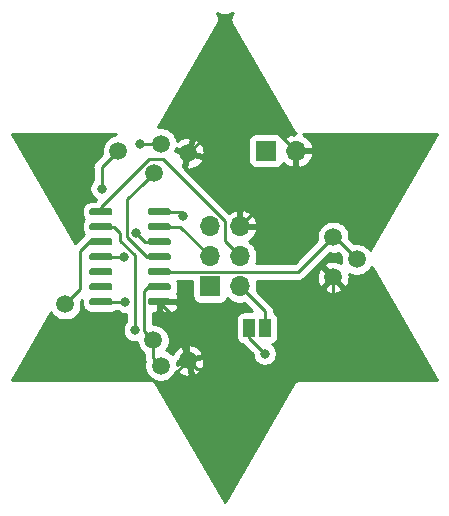
<source format=gbr>
%TF.GenerationSoftware,KiCad,Pcbnew,(5.1.9)-1*%
%TF.CreationDate,2021-09-26T19:09:17+02:00*%
%TF.ProjectId,SnowStar,536e6f77-5374-4617-922e-6b696361645f,rev?*%
%TF.SameCoordinates,Original*%
%TF.FileFunction,Copper,L2,Bot*%
%TF.FilePolarity,Positive*%
%FSLAX46Y46*%
G04 Gerber Fmt 4.6, Leading zero omitted, Abs format (unit mm)*
G04 Created by KiCad (PCBNEW (5.1.9)-1) date 2021-09-26 19:09:17*
%MOMM*%
%LPD*%
G01*
G04 APERTURE LIST*
%TA.AperFunction,ComponentPad*%
%ADD10R,1.700000X1.700000*%
%TD*%
%TA.AperFunction,ComponentPad*%
%ADD11O,1.700000X1.700000*%
%TD*%
%TA.AperFunction,SMDPad,CuDef*%
%ADD12R,1.000000X1.500000*%
%TD*%
%TA.AperFunction,ComponentPad*%
%ADD13C,1.500000*%
%TD*%
%TA.AperFunction,SMDPad,CuDef*%
%ADD14C,1.500000*%
%TD*%
%TA.AperFunction,ViaPad*%
%ADD15C,0.800000*%
%TD*%
%TA.AperFunction,Conductor*%
%ADD16C,0.250000*%
%TD*%
%TA.AperFunction,Conductor*%
%ADD17C,0.254000*%
%TD*%
%TA.AperFunction,Conductor*%
%ADD18C,0.100000*%
%TD*%
G04 APERTURE END LIST*
D10*
%TO.P,J2,1*%
%TO.N,5V*%
X134967140Y-105711120D03*
D11*
%TO.P,J2,2*%
%TO.N,GND*%
X137507140Y-105711120D03*
%TD*%
D10*
%TO.P,J1,1*%
%TO.N,MISO*%
X130227140Y-117211120D03*
D11*
%TO.P,J1,2*%
%TO.N,5V*%
X132767140Y-117211120D03*
%TO.P,J1,3*%
%TO.N,SCK*%
X130227140Y-114671120D03*
%TO.P,J1,4*%
%TO.N,MOSI*%
X132767140Y-114671120D03*
%TO.P,J1,5*%
%TO.N,RST*%
X130227140Y-112131120D03*
%TO.P,J1,6*%
%TO.N,GND*%
X132767140Y-112131120D03*
%TD*%
D12*
%TO.P,JP1,2*%
%TO.N,5V*%
X134867140Y-120711120D03*
%TO.P,JP1,1*%
%TO.N,Net-(JP1-Pad1)*%
X133567140Y-120711120D03*
%TD*%
D13*
%TO.P,R4,2*%
%TO.N,GND*%
X128377140Y-123471120D03*
%TO.P,R4,1*%
%TO.N,PH1*%
X125432654Y-121771120D03*
%TD*%
%TO.P,R5,1*%
%TO.N,PH2*%
X140657140Y-113041120D03*
%TO.P,R5,2*%
%TO.N,GND*%
X140657140Y-116441120D03*
%TD*%
%TO.P,R6,1*%
%TO.N,PH3*%
X125452654Y-107631120D03*
%TO.P,R6,2*%
%TO.N,GND*%
X128397140Y-105931120D03*
%TD*%
D14*
%TO.P,TP1,1*%
%TO.N,PH1*%
X126067140Y-123911120D03*
%TD*%
%TO.P,TP2,1*%
%TO.N,PH2*%
X142667140Y-114911120D03*
%TD*%
%TO.P,TP3,1*%
%TO.N,PH3*%
X126067140Y-105111120D03*
%TD*%
%TO.P,TP4,1*%
%TO.N,LEDS*%
X122467140Y-105711120D03*
%TD*%
%TO.P,TP5,1*%
%TO.N,Net-(TP5-Pad1)*%
X117967140Y-118711120D03*
%TD*%
%TO.P,U1,1*%
%TO.N,5V*%
%TA.AperFunction,SMDPad,CuDef*%
G36*
G01*
X120017140Y-118671120D02*
X120017140Y-118371120D01*
G75*
G02*
X120167140Y-118221120I150000J0D01*
G01*
X121817140Y-118221120D01*
G75*
G02*
X121967140Y-118371120I0J-150000D01*
G01*
X121967140Y-118671120D01*
G75*
G02*
X121817140Y-118821120I-150000J0D01*
G01*
X120167140Y-118821120D01*
G75*
G02*
X120017140Y-118671120I0J150000D01*
G01*
G37*
%TD.AperFunction*%
%TO.P,U1,2*%
%TO.N,Net-(U1-Pad2)*%
%TA.AperFunction,SMDPad,CuDef*%
G36*
G01*
X120017140Y-117401120D02*
X120017140Y-117101120D01*
G75*
G02*
X120167140Y-116951120I150000J0D01*
G01*
X121817140Y-116951120D01*
G75*
G02*
X121967140Y-117101120I0J-150000D01*
G01*
X121967140Y-117401120D01*
G75*
G02*
X121817140Y-117551120I-150000J0D01*
G01*
X120167140Y-117551120D01*
G75*
G02*
X120017140Y-117401120I0J150000D01*
G01*
G37*
%TD.AperFunction*%
%TO.P,U1,3*%
%TO.N,Net-(U1-Pad3)*%
%TA.AperFunction,SMDPad,CuDef*%
G36*
G01*
X120017140Y-116131120D02*
X120017140Y-115831120D01*
G75*
G02*
X120167140Y-115681120I150000J0D01*
G01*
X121817140Y-115681120D01*
G75*
G02*
X121967140Y-115831120I0J-150000D01*
G01*
X121967140Y-116131120D01*
G75*
G02*
X121817140Y-116281120I-150000J0D01*
G01*
X120167140Y-116281120D01*
G75*
G02*
X120017140Y-116131120I0J150000D01*
G01*
G37*
%TD.AperFunction*%
%TO.P,U1,4*%
%TO.N,RST*%
%TA.AperFunction,SMDPad,CuDef*%
G36*
G01*
X120017140Y-114861120D02*
X120017140Y-114561120D01*
G75*
G02*
X120167140Y-114411120I150000J0D01*
G01*
X121817140Y-114411120D01*
G75*
G02*
X121967140Y-114561120I0J-150000D01*
G01*
X121967140Y-114861120D01*
G75*
G02*
X121817140Y-115011120I-150000J0D01*
G01*
X120167140Y-115011120D01*
G75*
G02*
X120017140Y-114861120I0J150000D01*
G01*
G37*
%TD.AperFunction*%
%TO.P,U1,5*%
%TO.N,Net-(TP5-Pad1)*%
%TA.AperFunction,SMDPad,CuDef*%
G36*
G01*
X120017140Y-113591120D02*
X120017140Y-113291120D01*
G75*
G02*
X120167140Y-113141120I150000J0D01*
G01*
X121817140Y-113141120D01*
G75*
G02*
X121967140Y-113291120I0J-150000D01*
G01*
X121967140Y-113591120D01*
G75*
G02*
X121817140Y-113741120I-150000J0D01*
G01*
X120167140Y-113741120D01*
G75*
G02*
X120017140Y-113591120I0J150000D01*
G01*
G37*
%TD.AperFunction*%
%TO.P,U1,6*%
%TO.N,Net-(JP1-Pad1)*%
%TA.AperFunction,SMDPad,CuDef*%
G36*
G01*
X120017140Y-112321120D02*
X120017140Y-112021120D01*
G75*
G02*
X120167140Y-111871120I150000J0D01*
G01*
X121817140Y-111871120D01*
G75*
G02*
X121967140Y-112021120I0J-150000D01*
G01*
X121967140Y-112321120D01*
G75*
G02*
X121817140Y-112471120I-150000J0D01*
G01*
X120167140Y-112471120D01*
G75*
G02*
X120017140Y-112321120I0J150000D01*
G01*
G37*
%TD.AperFunction*%
%TO.P,U1,7*%
%TO.N,MOSI*%
%TA.AperFunction,SMDPad,CuDef*%
G36*
G01*
X120017140Y-111051120D02*
X120017140Y-110751120D01*
G75*
G02*
X120167140Y-110601120I150000J0D01*
G01*
X121817140Y-110601120D01*
G75*
G02*
X121967140Y-110751120I0J-150000D01*
G01*
X121967140Y-111051120D01*
G75*
G02*
X121817140Y-111201120I-150000J0D01*
G01*
X120167140Y-111201120D01*
G75*
G02*
X120017140Y-111051120I0J150000D01*
G01*
G37*
%TD.AperFunction*%
%TO.P,U1,8*%
%TO.N,MISO*%
%TA.AperFunction,SMDPad,CuDef*%
G36*
G01*
X124967140Y-111051120D02*
X124967140Y-110751120D01*
G75*
G02*
X125117140Y-110601120I150000J0D01*
G01*
X126767140Y-110601120D01*
G75*
G02*
X126917140Y-110751120I0J-150000D01*
G01*
X126917140Y-111051120D01*
G75*
G02*
X126767140Y-111201120I-150000J0D01*
G01*
X125117140Y-111201120D01*
G75*
G02*
X124967140Y-111051120I0J150000D01*
G01*
G37*
%TD.AperFunction*%
%TO.P,U1,9*%
%TO.N,SCK*%
%TA.AperFunction,SMDPad,CuDef*%
G36*
G01*
X124967140Y-112321120D02*
X124967140Y-112021120D01*
G75*
G02*
X125117140Y-111871120I150000J0D01*
G01*
X126767140Y-111871120D01*
G75*
G02*
X126917140Y-112021120I0J-150000D01*
G01*
X126917140Y-112321120D01*
G75*
G02*
X126767140Y-112471120I-150000J0D01*
G01*
X125117140Y-112471120D01*
G75*
G02*
X124967140Y-112321120I0J150000D01*
G01*
G37*
%TD.AperFunction*%
%TO.P,U1,10*%
%TO.N,LEDS*%
%TA.AperFunction,SMDPad,CuDef*%
G36*
G01*
X124967140Y-113591120D02*
X124967140Y-113291120D01*
G75*
G02*
X125117140Y-113141120I150000J0D01*
G01*
X126767140Y-113141120D01*
G75*
G02*
X126917140Y-113291120I0J-150000D01*
G01*
X126917140Y-113591120D01*
G75*
G02*
X126767140Y-113741120I-150000J0D01*
G01*
X125117140Y-113741120D01*
G75*
G02*
X124967140Y-113591120I0J150000D01*
G01*
G37*
%TD.AperFunction*%
%TO.P,U1,11*%
%TO.N,PH3*%
%TA.AperFunction,SMDPad,CuDef*%
G36*
G01*
X124967140Y-114861120D02*
X124967140Y-114561120D01*
G75*
G02*
X125117140Y-114411120I150000J0D01*
G01*
X126767140Y-114411120D01*
G75*
G02*
X126917140Y-114561120I0J-150000D01*
G01*
X126917140Y-114861120D01*
G75*
G02*
X126767140Y-115011120I-150000J0D01*
G01*
X125117140Y-115011120D01*
G75*
G02*
X124967140Y-114861120I0J150000D01*
G01*
G37*
%TD.AperFunction*%
%TO.P,U1,12*%
%TO.N,PH2*%
%TA.AperFunction,SMDPad,CuDef*%
G36*
G01*
X124967140Y-116131120D02*
X124967140Y-115831120D01*
G75*
G02*
X125117140Y-115681120I150000J0D01*
G01*
X126767140Y-115681120D01*
G75*
G02*
X126917140Y-115831120I0J-150000D01*
G01*
X126917140Y-116131120D01*
G75*
G02*
X126767140Y-116281120I-150000J0D01*
G01*
X125117140Y-116281120D01*
G75*
G02*
X124967140Y-116131120I0J150000D01*
G01*
G37*
%TD.AperFunction*%
%TO.P,U1,13*%
%TO.N,PH1*%
%TA.AperFunction,SMDPad,CuDef*%
G36*
G01*
X124967140Y-117401120D02*
X124967140Y-117101120D01*
G75*
G02*
X125117140Y-116951120I150000J0D01*
G01*
X126767140Y-116951120D01*
G75*
G02*
X126917140Y-117101120I0J-150000D01*
G01*
X126917140Y-117401120D01*
G75*
G02*
X126767140Y-117551120I-150000J0D01*
G01*
X125117140Y-117551120D01*
G75*
G02*
X124967140Y-117401120I0J150000D01*
G01*
G37*
%TD.AperFunction*%
%TO.P,U1,14*%
%TO.N,GND*%
%TA.AperFunction,SMDPad,CuDef*%
G36*
G01*
X124967140Y-118671120D02*
X124967140Y-118371120D01*
G75*
G02*
X125117140Y-118221120I150000J0D01*
G01*
X126767140Y-118221120D01*
G75*
G02*
X126917140Y-118371120I0J-150000D01*
G01*
X126917140Y-118671120D01*
G75*
G02*
X126767140Y-118821120I-150000J0D01*
G01*
X125117140Y-118821120D01*
G75*
G02*
X124967140Y-118671120I0J150000D01*
G01*
G37*
%TD.AperFunction*%
%TD*%
D15*
%TO.N,GND*%
X140717140Y-110461120D03*
X121967140Y-120211120D03*
X147067140Y-123711120D03*
X131467140Y-132611120D03*
X115867140Y-123711120D03*
X119767140Y-104911120D03*
%TO.N,5V*%
X123067140Y-118511120D03*
%TO.N,LEDS*%
X123967140Y-112711120D03*
X121047034Y-108931226D03*
%TO.N,MISO*%
X127967140Y-111211120D03*
%TO.N,RST*%
X122967140Y-114711120D03*
%TO.N,PH3*%
X124267140Y-105111120D03*
%TO.N,Net-(JP1-Pad1)*%
X134867140Y-122911120D03*
X123867139Y-120911121D03*
%TD*%
D16*
%TO.N,GND*%
X137507140Y-107391120D02*
X132767140Y-112131120D01*
X137507140Y-105711120D02*
X137507140Y-107391120D01*
X128397140Y-105931120D02*
X130217140Y-104111120D01*
X135907140Y-104111120D02*
X137507140Y-105711120D01*
X130217140Y-104111120D02*
X135907140Y-104111120D01*
X128377140Y-120956120D02*
X128377140Y-123471120D01*
X125942140Y-118521120D02*
X128377140Y-120956120D01*
X129127139Y-124221119D02*
X136157141Y-124221119D01*
X128377140Y-123471120D02*
X129127139Y-124221119D01*
X140657140Y-119721120D02*
X140657140Y-116441120D01*
X136157141Y-124221119D02*
X140657140Y-119721120D01*
X139047140Y-112131120D02*
X132767140Y-112131120D01*
X140717140Y-110461120D02*
X139047140Y-112131120D01*
X125717140Y-125461120D02*
X126387140Y-125461120D01*
X121967140Y-121711120D02*
X125717140Y-125461120D01*
X126387140Y-125461120D02*
X128377140Y-123471120D01*
X121967140Y-120211120D02*
X121967140Y-121711120D01*
%TO.N,5V*%
X121002140Y-118511120D02*
X120992140Y-118521120D01*
X123067140Y-118511120D02*
X121002140Y-118511120D01*
X134867140Y-119311120D02*
X134867140Y-120711120D01*
X132767140Y-117211120D02*
X134867140Y-119311120D01*
%TO.N,LEDS*%
X124697140Y-113441120D02*
X123967140Y-112711120D01*
X125942140Y-113441120D02*
X124697140Y-113441120D01*
X121047034Y-107131226D02*
X122467140Y-105711120D01*
X121047034Y-108931226D02*
X121047034Y-107131226D01*
%TO.N,MISO*%
X127657140Y-110901120D02*
X127967140Y-111211120D01*
X125942140Y-110901120D02*
X127657140Y-110901120D01*
%TO.N,SCK*%
X127727140Y-112171120D02*
X130227140Y-114671120D01*
X125942140Y-112171120D02*
X127727140Y-112171120D01*
%TO.N,MOSI*%
X126282143Y-106447121D02*
X131467140Y-111632118D01*
X125045651Y-106447121D02*
X126282143Y-106447121D01*
X120992140Y-110500632D02*
X125045651Y-106447121D01*
X120992140Y-110901120D02*
X120992140Y-110500632D01*
X131467140Y-113371120D02*
X132767140Y-114671120D01*
X131467140Y-111632118D02*
X131467140Y-113371120D01*
%TO.N,RST*%
X120992140Y-114711120D02*
X122967140Y-114711120D01*
%TO.N,PH3*%
X124642130Y-108441644D02*
X125452654Y-107631120D01*
X123242139Y-109841635D02*
X124642130Y-108441644D01*
X123242139Y-113059121D02*
X123242139Y-109841635D01*
X124894138Y-114711120D02*
X123242139Y-113059121D01*
X125942140Y-114711120D02*
X124894138Y-114711120D01*
X124267140Y-105111120D02*
X126067140Y-105111120D01*
%TO.N,PH1*%
X124642130Y-120980596D02*
X125432654Y-121771120D01*
X124642130Y-117576130D02*
X124642130Y-120980596D01*
X124967140Y-117251120D02*
X124642130Y-117576130D01*
X125942140Y-117251120D02*
X124967140Y-117251120D01*
X125432654Y-123276634D02*
X126067140Y-123911120D01*
X125432654Y-121771120D02*
X125432654Y-123276634D01*
%TO.N,PH2*%
X137717140Y-115981120D02*
X140657140Y-113041120D01*
X125942140Y-115981120D02*
X137717140Y-115981120D01*
X140797140Y-113041120D02*
X140657140Y-113041120D01*
X142667140Y-114911120D02*
X140797140Y-113041120D01*
%TO.N,Net-(JP1-Pad1)*%
X133567140Y-121611120D02*
X133567140Y-120711120D01*
X134867140Y-122911120D02*
X133567140Y-121611120D01*
X120992140Y-112171120D02*
X122127140Y-112171120D01*
X122653641Y-112697621D02*
X122653641Y-113324619D01*
X122127140Y-112171120D02*
X122653641Y-112697621D01*
X123867139Y-114538117D02*
X122653641Y-113324619D01*
X123867139Y-120911121D02*
X123867139Y-114538117D01*
%TO.N,Net-(TP5-Pad1)*%
X117967140Y-118711120D02*
X119267140Y-117411120D01*
X120017140Y-113441120D02*
X120992140Y-113441120D01*
X119267140Y-114191120D02*
X120017140Y-113441120D01*
X119267140Y-117411120D02*
X119267140Y-114191120D01*
%TD*%
D17*
%TO.N,GND*%
X141310973Y-114629755D02*
X141282140Y-114774709D01*
X141282140Y-115047531D01*
X141316577Y-115220658D01*
X141122024Y-115129360D01*
X140857180Y-115063870D01*
X140584648Y-115051308D01*
X140314902Y-115092155D01*
X140058308Y-115184843D01*
X139945277Y-115245260D01*
X139879752Y-115484127D01*
X140657140Y-116261515D01*
X140671283Y-116247373D01*
X140850888Y-116426978D01*
X140836745Y-116441120D01*
X141614133Y-117218508D01*
X141853000Y-117152983D01*
X141968900Y-116906004D01*
X142034390Y-116641160D01*
X142046952Y-116368628D01*
X142012170Y-116138936D01*
X142263151Y-116242895D01*
X142530729Y-116296120D01*
X142803551Y-116296120D01*
X143071129Y-116242895D01*
X143323183Y-116138491D01*
X143550026Y-115986919D01*
X143742939Y-115794006D01*
X143894511Y-115567163D01*
X143911259Y-115526729D01*
X149441738Y-125106034D01*
X137885698Y-125106034D01*
X137825384Y-125104060D01*
X137777708Y-125111932D01*
X137729611Y-125116669D01*
X137706430Y-125123701D01*
X137682536Y-125127646D01*
X137637314Y-125144667D01*
X137591063Y-125158697D01*
X137569699Y-125170116D01*
X137547034Y-125178647D01*
X137506000Y-125204164D01*
X137463376Y-125226947D01*
X137444652Y-125242313D01*
X137424085Y-125255103D01*
X137388814Y-125288138D01*
X137351458Y-125318796D01*
X137336092Y-125337519D01*
X137318414Y-125354077D01*
X137290265Y-125393359D01*
X137259609Y-125430714D01*
X137231160Y-125483939D01*
X131460137Y-135479884D01*
X125682396Y-125472075D01*
X125653934Y-125418826D01*
X125623271Y-125381463D01*
X125595132Y-125342194D01*
X125577457Y-125325639D01*
X125562085Y-125306908D01*
X125524721Y-125276244D01*
X125489463Y-125243220D01*
X125468898Y-125230431D01*
X125450167Y-125215059D01*
X125407541Y-125192275D01*
X125366515Y-125166762D01*
X125343847Y-125158230D01*
X125322480Y-125146809D01*
X125276228Y-125132779D01*
X125231013Y-125115760D01*
X125207119Y-125111815D01*
X125183932Y-125104781D01*
X125135830Y-125100043D01*
X125088165Y-125092173D01*
X125027856Y-125094146D01*
X113485255Y-125094146D01*
X116767645Y-119408882D01*
X116891341Y-119594006D01*
X117084254Y-119786919D01*
X117311097Y-119938491D01*
X117563151Y-120042895D01*
X117830729Y-120096120D01*
X118103551Y-120096120D01*
X118371129Y-120042895D01*
X118623183Y-119938491D01*
X118850026Y-119786919D01*
X119042939Y-119594006D01*
X119194511Y-119367163D01*
X119298915Y-119115109D01*
X119352140Y-118847531D01*
X119352140Y-118574709D01*
X119323307Y-118429755D01*
X119379068Y-118373994D01*
X119379068Y-118671120D01*
X119394211Y-118824865D01*
X119439056Y-118972702D01*
X119511882Y-119108949D01*
X119609889Y-119228371D01*
X119729311Y-119326378D01*
X119865558Y-119399204D01*
X120013395Y-119444049D01*
X120167140Y-119459192D01*
X121817140Y-119459192D01*
X121970885Y-119444049D01*
X122118722Y-119399204D01*
X122254969Y-119326378D01*
X122322301Y-119271120D01*
X122363429Y-119271120D01*
X122407366Y-119315057D01*
X122576884Y-119428325D01*
X122765242Y-119506346D01*
X122965201Y-119546120D01*
X123107139Y-119546120D01*
X123107139Y-120207410D01*
X123063202Y-120251347D01*
X122949934Y-120420865D01*
X122871913Y-120609223D01*
X122832139Y-120809182D01*
X122832139Y-121013060D01*
X122871913Y-121213019D01*
X122949934Y-121401377D01*
X123063202Y-121570895D01*
X123207365Y-121715058D01*
X123376883Y-121828326D01*
X123565241Y-121906347D01*
X123765200Y-121946121D01*
X123969078Y-121946121D01*
X124052047Y-121929618D01*
X124100879Y-122175109D01*
X124205283Y-122427163D01*
X124356855Y-122654006D01*
X124549768Y-122846919D01*
X124672655Y-122929029D01*
X124672655Y-123239302D01*
X124668978Y-123276634D01*
X124672655Y-123313967D01*
X124679289Y-123381317D01*
X124683652Y-123425619D01*
X124724677Y-123560865D01*
X124682140Y-123774709D01*
X124682140Y-124047531D01*
X124735365Y-124315109D01*
X124839769Y-124567163D01*
X124991341Y-124794006D01*
X125184254Y-124986919D01*
X125411097Y-125138491D01*
X125663151Y-125242895D01*
X125930729Y-125296120D01*
X126203551Y-125296120D01*
X126471129Y-125242895D01*
X126723183Y-125138491D01*
X126950026Y-124986919D01*
X127142939Y-124794006D01*
X127294511Y-124567163D01*
X127358399Y-124412924D01*
X127515276Y-124563833D01*
X127745014Y-124710978D01*
X127999045Y-124810477D01*
X128267605Y-124858504D01*
X128395701Y-124862697D01*
X128571881Y-124688595D01*
X128287337Y-123626663D01*
X127452140Y-123850453D01*
X127452140Y-123774709D01*
X127416784Y-123596966D01*
X127551298Y-123560923D01*
X128532683Y-123560923D01*
X128817226Y-124622855D01*
X129056854Y-124685541D01*
X129280716Y-124529601D01*
X129469853Y-124332984D01*
X129616998Y-124103246D01*
X129716497Y-123849215D01*
X129764524Y-123580655D01*
X129768717Y-123452559D01*
X129594615Y-123276379D01*
X128532683Y-123560923D01*
X127551298Y-123560923D01*
X128221597Y-123381317D01*
X127937054Y-122319385D01*
X127697426Y-122256699D01*
X127473564Y-122412639D01*
X127284427Y-122609256D01*
X127137282Y-122838994D01*
X127085614Y-122970909D01*
X126950026Y-122835321D01*
X126723183Y-122683749D01*
X126539435Y-122607638D01*
X126660025Y-122427163D01*
X126731898Y-122253645D01*
X128182399Y-122253645D01*
X128466943Y-123315577D01*
X129528875Y-123031034D01*
X129591561Y-122791406D01*
X129435621Y-122567544D01*
X129239004Y-122378407D01*
X129009266Y-122231262D01*
X128755235Y-122131763D01*
X128486675Y-122083736D01*
X128358579Y-122079543D01*
X128182399Y-122253645D01*
X126731898Y-122253645D01*
X126764429Y-122175109D01*
X126817654Y-121907531D01*
X126817654Y-121634709D01*
X126764429Y-121367131D01*
X126660025Y-121115077D01*
X126508453Y-120888234D01*
X126315540Y-120695321D01*
X126088697Y-120543749D01*
X125836643Y-120439345D01*
X125569065Y-120386120D01*
X125402130Y-120386120D01*
X125402130Y-119457253D01*
X125656390Y-119456120D01*
X125815140Y-119297370D01*
X125815140Y-118648120D01*
X126069140Y-118648120D01*
X126069140Y-119297370D01*
X126227890Y-119456120D01*
X126917140Y-119459192D01*
X127041622Y-119446932D01*
X127161320Y-119410622D01*
X127271634Y-119351657D01*
X127368325Y-119272305D01*
X127447677Y-119175614D01*
X127506642Y-119065300D01*
X127542952Y-118945602D01*
X127555212Y-118821120D01*
X127552140Y-118806870D01*
X127393390Y-118648120D01*
X126069140Y-118648120D01*
X125815140Y-118648120D01*
X125795140Y-118648120D01*
X125795140Y-118394120D01*
X125815140Y-118394120D01*
X125815140Y-118374120D01*
X126069140Y-118374120D01*
X126069140Y-118394120D01*
X127393390Y-118394120D01*
X127552140Y-118235370D01*
X127555212Y-118221120D01*
X127542952Y-118096638D01*
X127506642Y-117976940D01*
X127447677Y-117866626D01*
X127423410Y-117837056D01*
X127495224Y-117702702D01*
X127540069Y-117554865D01*
X127555212Y-117401120D01*
X127555212Y-117101120D01*
X127540069Y-116947375D01*
X127495224Y-116799538D01*
X127463999Y-116741120D01*
X128739068Y-116741120D01*
X128739068Y-118061120D01*
X128751328Y-118185602D01*
X128787638Y-118305300D01*
X128846603Y-118415614D01*
X128925955Y-118512305D01*
X129022646Y-118591657D01*
X129132960Y-118650622D01*
X129252658Y-118686932D01*
X129377140Y-118699192D01*
X131077140Y-118699192D01*
X131201622Y-118686932D01*
X131321320Y-118650622D01*
X131431634Y-118591657D01*
X131528325Y-118512305D01*
X131607677Y-118415614D01*
X131666642Y-118305300D01*
X131688653Y-118232740D01*
X131820508Y-118364595D01*
X132063729Y-118527110D01*
X132333982Y-118639052D01*
X132620880Y-118696120D01*
X132913400Y-118696120D01*
X133133548Y-118652330D01*
X133804266Y-119323048D01*
X133067140Y-119323048D01*
X132942658Y-119335308D01*
X132822960Y-119371618D01*
X132712646Y-119430583D01*
X132615955Y-119509935D01*
X132536603Y-119606626D01*
X132477638Y-119716940D01*
X132441328Y-119836638D01*
X132429068Y-119961120D01*
X132429068Y-121461120D01*
X132441328Y-121585602D01*
X132477638Y-121705300D01*
X132536603Y-121815614D01*
X132615955Y-121912305D01*
X132712646Y-121991657D01*
X132822960Y-122050622D01*
X132942658Y-122086932D01*
X132977257Y-122090340D01*
X133027139Y-122151121D01*
X133056143Y-122174924D01*
X133832140Y-122950922D01*
X133832140Y-123013059D01*
X133871914Y-123213018D01*
X133949935Y-123401376D01*
X134063203Y-123570894D01*
X134207366Y-123715057D01*
X134376884Y-123828325D01*
X134565242Y-123906346D01*
X134765201Y-123946120D01*
X134969079Y-123946120D01*
X135169038Y-123906346D01*
X135357396Y-123828325D01*
X135526914Y-123715057D01*
X135671077Y-123570894D01*
X135784345Y-123401376D01*
X135862366Y-123213018D01*
X135902140Y-123013059D01*
X135902140Y-122809181D01*
X135862366Y-122609222D01*
X135784345Y-122420864D01*
X135671077Y-122251346D01*
X135526914Y-122107183D01*
X135495050Y-122085892D01*
X135611320Y-122050622D01*
X135721634Y-121991657D01*
X135818325Y-121912305D01*
X135897677Y-121815614D01*
X135956642Y-121705300D01*
X135992952Y-121585602D01*
X136005212Y-121461120D01*
X136005212Y-119961120D01*
X135992952Y-119836638D01*
X135956642Y-119716940D01*
X135897677Y-119606626D01*
X135818325Y-119509935D01*
X135721634Y-119430583D01*
X135627140Y-119380074D01*
X135627140Y-119348442D01*
X135630816Y-119311119D01*
X135627140Y-119273796D01*
X135627140Y-119273787D01*
X135616143Y-119162134D01*
X135572686Y-119018873D01*
X135502114Y-118886844D01*
X135469851Y-118847531D01*
X135430939Y-118800116D01*
X135430935Y-118800112D01*
X135407141Y-118771119D01*
X135378149Y-118747326D01*
X134208350Y-117577528D01*
X134244037Y-117398113D01*
X139879752Y-117398113D01*
X139945277Y-117636980D01*
X140192256Y-117752880D01*
X140457100Y-117818370D01*
X140729632Y-117830932D01*
X140999378Y-117790085D01*
X141255972Y-117697397D01*
X141369003Y-117636980D01*
X141434528Y-117398113D01*
X140657140Y-116620725D01*
X139879752Y-117398113D01*
X134244037Y-117398113D01*
X134252140Y-117357380D01*
X134252140Y-117064860D01*
X134195072Y-116777962D01*
X134179812Y-116741120D01*
X137679818Y-116741120D01*
X137717140Y-116744796D01*
X137754462Y-116741120D01*
X137754473Y-116741120D01*
X137866126Y-116730123D01*
X138009387Y-116686666D01*
X138141416Y-116616094D01*
X138257141Y-116521121D01*
X138263303Y-116513612D01*
X139267328Y-116513612D01*
X139308175Y-116783358D01*
X139400863Y-117039952D01*
X139461280Y-117152983D01*
X139700147Y-117218508D01*
X140477535Y-116441120D01*
X139700147Y-115663732D01*
X139461280Y-115729257D01*
X139345380Y-115976236D01*
X139279890Y-116241080D01*
X139267328Y-116513612D01*
X138263303Y-116513612D01*
X138280944Y-116492117D01*
X140375775Y-114397287D01*
X140520729Y-114426120D01*
X140793551Y-114426120D01*
X141055278Y-114374059D01*
X141310973Y-114629755D01*
%TA.AperFunction,Conductor*%
D18*
G36*
X141310973Y-114629755D02*
G01*
X141282140Y-114774709D01*
X141282140Y-115047531D01*
X141316577Y-115220658D01*
X141122024Y-115129360D01*
X140857180Y-115063870D01*
X140584648Y-115051308D01*
X140314902Y-115092155D01*
X140058308Y-115184843D01*
X139945277Y-115245260D01*
X139879752Y-115484127D01*
X140657140Y-116261515D01*
X140671283Y-116247373D01*
X140850888Y-116426978D01*
X140836745Y-116441120D01*
X141614133Y-117218508D01*
X141853000Y-117152983D01*
X141968900Y-116906004D01*
X142034390Y-116641160D01*
X142046952Y-116368628D01*
X142012170Y-116138936D01*
X142263151Y-116242895D01*
X142530729Y-116296120D01*
X142803551Y-116296120D01*
X143071129Y-116242895D01*
X143323183Y-116138491D01*
X143550026Y-115986919D01*
X143742939Y-115794006D01*
X143894511Y-115567163D01*
X143911259Y-115526729D01*
X149441738Y-125106034D01*
X137885698Y-125106034D01*
X137825384Y-125104060D01*
X137777708Y-125111932D01*
X137729611Y-125116669D01*
X137706430Y-125123701D01*
X137682536Y-125127646D01*
X137637314Y-125144667D01*
X137591063Y-125158697D01*
X137569699Y-125170116D01*
X137547034Y-125178647D01*
X137506000Y-125204164D01*
X137463376Y-125226947D01*
X137444652Y-125242313D01*
X137424085Y-125255103D01*
X137388814Y-125288138D01*
X137351458Y-125318796D01*
X137336092Y-125337519D01*
X137318414Y-125354077D01*
X137290265Y-125393359D01*
X137259609Y-125430714D01*
X137231160Y-125483939D01*
X131460137Y-135479884D01*
X125682396Y-125472075D01*
X125653934Y-125418826D01*
X125623271Y-125381463D01*
X125595132Y-125342194D01*
X125577457Y-125325639D01*
X125562085Y-125306908D01*
X125524721Y-125276244D01*
X125489463Y-125243220D01*
X125468898Y-125230431D01*
X125450167Y-125215059D01*
X125407541Y-125192275D01*
X125366515Y-125166762D01*
X125343847Y-125158230D01*
X125322480Y-125146809D01*
X125276228Y-125132779D01*
X125231013Y-125115760D01*
X125207119Y-125111815D01*
X125183932Y-125104781D01*
X125135830Y-125100043D01*
X125088165Y-125092173D01*
X125027856Y-125094146D01*
X113485255Y-125094146D01*
X116767645Y-119408882D01*
X116891341Y-119594006D01*
X117084254Y-119786919D01*
X117311097Y-119938491D01*
X117563151Y-120042895D01*
X117830729Y-120096120D01*
X118103551Y-120096120D01*
X118371129Y-120042895D01*
X118623183Y-119938491D01*
X118850026Y-119786919D01*
X119042939Y-119594006D01*
X119194511Y-119367163D01*
X119298915Y-119115109D01*
X119352140Y-118847531D01*
X119352140Y-118574709D01*
X119323307Y-118429755D01*
X119379068Y-118373994D01*
X119379068Y-118671120D01*
X119394211Y-118824865D01*
X119439056Y-118972702D01*
X119511882Y-119108949D01*
X119609889Y-119228371D01*
X119729311Y-119326378D01*
X119865558Y-119399204D01*
X120013395Y-119444049D01*
X120167140Y-119459192D01*
X121817140Y-119459192D01*
X121970885Y-119444049D01*
X122118722Y-119399204D01*
X122254969Y-119326378D01*
X122322301Y-119271120D01*
X122363429Y-119271120D01*
X122407366Y-119315057D01*
X122576884Y-119428325D01*
X122765242Y-119506346D01*
X122965201Y-119546120D01*
X123107139Y-119546120D01*
X123107139Y-120207410D01*
X123063202Y-120251347D01*
X122949934Y-120420865D01*
X122871913Y-120609223D01*
X122832139Y-120809182D01*
X122832139Y-121013060D01*
X122871913Y-121213019D01*
X122949934Y-121401377D01*
X123063202Y-121570895D01*
X123207365Y-121715058D01*
X123376883Y-121828326D01*
X123565241Y-121906347D01*
X123765200Y-121946121D01*
X123969078Y-121946121D01*
X124052047Y-121929618D01*
X124100879Y-122175109D01*
X124205283Y-122427163D01*
X124356855Y-122654006D01*
X124549768Y-122846919D01*
X124672655Y-122929029D01*
X124672655Y-123239302D01*
X124668978Y-123276634D01*
X124672655Y-123313967D01*
X124679289Y-123381317D01*
X124683652Y-123425619D01*
X124724677Y-123560865D01*
X124682140Y-123774709D01*
X124682140Y-124047531D01*
X124735365Y-124315109D01*
X124839769Y-124567163D01*
X124991341Y-124794006D01*
X125184254Y-124986919D01*
X125411097Y-125138491D01*
X125663151Y-125242895D01*
X125930729Y-125296120D01*
X126203551Y-125296120D01*
X126471129Y-125242895D01*
X126723183Y-125138491D01*
X126950026Y-124986919D01*
X127142939Y-124794006D01*
X127294511Y-124567163D01*
X127358399Y-124412924D01*
X127515276Y-124563833D01*
X127745014Y-124710978D01*
X127999045Y-124810477D01*
X128267605Y-124858504D01*
X128395701Y-124862697D01*
X128571881Y-124688595D01*
X128287337Y-123626663D01*
X127452140Y-123850453D01*
X127452140Y-123774709D01*
X127416784Y-123596966D01*
X127551298Y-123560923D01*
X128532683Y-123560923D01*
X128817226Y-124622855D01*
X129056854Y-124685541D01*
X129280716Y-124529601D01*
X129469853Y-124332984D01*
X129616998Y-124103246D01*
X129716497Y-123849215D01*
X129764524Y-123580655D01*
X129768717Y-123452559D01*
X129594615Y-123276379D01*
X128532683Y-123560923D01*
X127551298Y-123560923D01*
X128221597Y-123381317D01*
X127937054Y-122319385D01*
X127697426Y-122256699D01*
X127473564Y-122412639D01*
X127284427Y-122609256D01*
X127137282Y-122838994D01*
X127085614Y-122970909D01*
X126950026Y-122835321D01*
X126723183Y-122683749D01*
X126539435Y-122607638D01*
X126660025Y-122427163D01*
X126731898Y-122253645D01*
X128182399Y-122253645D01*
X128466943Y-123315577D01*
X129528875Y-123031034D01*
X129591561Y-122791406D01*
X129435621Y-122567544D01*
X129239004Y-122378407D01*
X129009266Y-122231262D01*
X128755235Y-122131763D01*
X128486675Y-122083736D01*
X128358579Y-122079543D01*
X128182399Y-122253645D01*
X126731898Y-122253645D01*
X126764429Y-122175109D01*
X126817654Y-121907531D01*
X126817654Y-121634709D01*
X126764429Y-121367131D01*
X126660025Y-121115077D01*
X126508453Y-120888234D01*
X126315540Y-120695321D01*
X126088697Y-120543749D01*
X125836643Y-120439345D01*
X125569065Y-120386120D01*
X125402130Y-120386120D01*
X125402130Y-119457253D01*
X125656390Y-119456120D01*
X125815140Y-119297370D01*
X125815140Y-118648120D01*
X126069140Y-118648120D01*
X126069140Y-119297370D01*
X126227890Y-119456120D01*
X126917140Y-119459192D01*
X127041622Y-119446932D01*
X127161320Y-119410622D01*
X127271634Y-119351657D01*
X127368325Y-119272305D01*
X127447677Y-119175614D01*
X127506642Y-119065300D01*
X127542952Y-118945602D01*
X127555212Y-118821120D01*
X127552140Y-118806870D01*
X127393390Y-118648120D01*
X126069140Y-118648120D01*
X125815140Y-118648120D01*
X125795140Y-118648120D01*
X125795140Y-118394120D01*
X125815140Y-118394120D01*
X125815140Y-118374120D01*
X126069140Y-118374120D01*
X126069140Y-118394120D01*
X127393390Y-118394120D01*
X127552140Y-118235370D01*
X127555212Y-118221120D01*
X127542952Y-118096638D01*
X127506642Y-117976940D01*
X127447677Y-117866626D01*
X127423410Y-117837056D01*
X127495224Y-117702702D01*
X127540069Y-117554865D01*
X127555212Y-117401120D01*
X127555212Y-117101120D01*
X127540069Y-116947375D01*
X127495224Y-116799538D01*
X127463999Y-116741120D01*
X128739068Y-116741120D01*
X128739068Y-118061120D01*
X128751328Y-118185602D01*
X128787638Y-118305300D01*
X128846603Y-118415614D01*
X128925955Y-118512305D01*
X129022646Y-118591657D01*
X129132960Y-118650622D01*
X129252658Y-118686932D01*
X129377140Y-118699192D01*
X131077140Y-118699192D01*
X131201622Y-118686932D01*
X131321320Y-118650622D01*
X131431634Y-118591657D01*
X131528325Y-118512305D01*
X131607677Y-118415614D01*
X131666642Y-118305300D01*
X131688653Y-118232740D01*
X131820508Y-118364595D01*
X132063729Y-118527110D01*
X132333982Y-118639052D01*
X132620880Y-118696120D01*
X132913400Y-118696120D01*
X133133548Y-118652330D01*
X133804266Y-119323048D01*
X133067140Y-119323048D01*
X132942658Y-119335308D01*
X132822960Y-119371618D01*
X132712646Y-119430583D01*
X132615955Y-119509935D01*
X132536603Y-119606626D01*
X132477638Y-119716940D01*
X132441328Y-119836638D01*
X132429068Y-119961120D01*
X132429068Y-121461120D01*
X132441328Y-121585602D01*
X132477638Y-121705300D01*
X132536603Y-121815614D01*
X132615955Y-121912305D01*
X132712646Y-121991657D01*
X132822960Y-122050622D01*
X132942658Y-122086932D01*
X132977257Y-122090340D01*
X133027139Y-122151121D01*
X133056143Y-122174924D01*
X133832140Y-122950922D01*
X133832140Y-123013059D01*
X133871914Y-123213018D01*
X133949935Y-123401376D01*
X134063203Y-123570894D01*
X134207366Y-123715057D01*
X134376884Y-123828325D01*
X134565242Y-123906346D01*
X134765201Y-123946120D01*
X134969079Y-123946120D01*
X135169038Y-123906346D01*
X135357396Y-123828325D01*
X135526914Y-123715057D01*
X135671077Y-123570894D01*
X135784345Y-123401376D01*
X135862366Y-123213018D01*
X135902140Y-123013059D01*
X135902140Y-122809181D01*
X135862366Y-122609222D01*
X135784345Y-122420864D01*
X135671077Y-122251346D01*
X135526914Y-122107183D01*
X135495050Y-122085892D01*
X135611320Y-122050622D01*
X135721634Y-121991657D01*
X135818325Y-121912305D01*
X135897677Y-121815614D01*
X135956642Y-121705300D01*
X135992952Y-121585602D01*
X136005212Y-121461120D01*
X136005212Y-119961120D01*
X135992952Y-119836638D01*
X135956642Y-119716940D01*
X135897677Y-119606626D01*
X135818325Y-119509935D01*
X135721634Y-119430583D01*
X135627140Y-119380074D01*
X135627140Y-119348442D01*
X135630816Y-119311119D01*
X135627140Y-119273796D01*
X135627140Y-119273787D01*
X135616143Y-119162134D01*
X135572686Y-119018873D01*
X135502114Y-118886844D01*
X135469851Y-118847531D01*
X135430939Y-118800116D01*
X135430935Y-118800112D01*
X135407141Y-118771119D01*
X135378149Y-118747326D01*
X134208350Y-117577528D01*
X134244037Y-117398113D01*
X139879752Y-117398113D01*
X139945277Y-117636980D01*
X140192256Y-117752880D01*
X140457100Y-117818370D01*
X140729632Y-117830932D01*
X140999378Y-117790085D01*
X141255972Y-117697397D01*
X141369003Y-117636980D01*
X141434528Y-117398113D01*
X140657140Y-116620725D01*
X139879752Y-117398113D01*
X134244037Y-117398113D01*
X134252140Y-117357380D01*
X134252140Y-117064860D01*
X134195072Y-116777962D01*
X134179812Y-116741120D01*
X137679818Y-116741120D01*
X137717140Y-116744796D01*
X137754462Y-116741120D01*
X137754473Y-116741120D01*
X137866126Y-116730123D01*
X138009387Y-116686666D01*
X138141416Y-116616094D01*
X138257141Y-116521121D01*
X138263303Y-116513612D01*
X139267328Y-116513612D01*
X139308175Y-116783358D01*
X139400863Y-117039952D01*
X139461280Y-117152983D01*
X139700147Y-117218508D01*
X140477535Y-116441120D01*
X139700147Y-115663732D01*
X139461280Y-115729257D01*
X139345380Y-115976236D01*
X139279890Y-116241080D01*
X139267328Y-116513612D01*
X138263303Y-116513612D01*
X138280944Y-116492117D01*
X140375775Y-114397287D01*
X140520729Y-114426120D01*
X140793551Y-114426120D01*
X141055278Y-114374059D01*
X141310973Y-114629755D01*
G37*
%TD.AperFunction*%
D17*
X130820393Y-94087653D02*
X130823619Y-94088844D01*
X130826566Y-94090610D01*
X130890863Y-94113670D01*
X130954961Y-94137335D01*
X130958355Y-94137877D01*
X130961591Y-94139037D01*
X130971560Y-94141473D01*
X131181793Y-94191288D01*
X131184992Y-94191722D01*
X131188055Y-94192743D01*
X131255985Y-94201360D01*
X131323936Y-94210584D01*
X131327164Y-94210388D01*
X131330362Y-94210794D01*
X131340622Y-94211015D01*
X131557409Y-94214153D01*
X131561599Y-94213803D01*
X131565777Y-94214226D01*
X131632981Y-94207846D01*
X131700359Y-94202223D01*
X131704403Y-94201066D01*
X131708582Y-94200669D01*
X131718641Y-94198637D01*
X131934109Y-94153533D01*
X131981387Y-94138696D01*
X132029468Y-94126753D01*
X132039115Y-94123251D01*
X132109284Y-94097225D01*
X132154012Y-94075458D01*
X132155633Y-94074786D01*
X132097354Y-94137016D01*
X132020905Y-94259969D01*
X131969913Y-94395475D01*
X131946335Y-94538324D01*
X131951080Y-94683028D01*
X131983963Y-94824026D01*
X132028748Y-94922855D01*
X137251839Y-103968480D01*
X137280280Y-104021689D01*
X137310952Y-104059063D01*
X137339115Y-104098360D01*
X137356777Y-104114901D01*
X137372129Y-104133607D01*
X137409502Y-104164278D01*
X137444791Y-104197327D01*
X137465341Y-104210104D01*
X137484047Y-104225456D01*
X137485289Y-104226120D01*
X137380138Y-104226120D01*
X137380138Y-104390964D01*
X137150250Y-104269644D01*
X137003041Y-104314295D01*
X136740220Y-104439479D01*
X136506871Y-104613532D01*
X136431106Y-104697586D01*
X136406642Y-104616940D01*
X136347677Y-104506626D01*
X136268325Y-104409935D01*
X136171634Y-104330583D01*
X136061320Y-104271618D01*
X135941622Y-104235308D01*
X135817140Y-104223048D01*
X134117140Y-104223048D01*
X133992658Y-104235308D01*
X133872960Y-104271618D01*
X133762646Y-104330583D01*
X133665955Y-104409935D01*
X133586603Y-104506626D01*
X133527638Y-104616940D01*
X133491328Y-104736638D01*
X133479068Y-104861120D01*
X133479068Y-106561120D01*
X133491328Y-106685602D01*
X133527638Y-106805300D01*
X133586603Y-106915614D01*
X133665955Y-107012305D01*
X133762646Y-107091657D01*
X133872960Y-107150622D01*
X133992658Y-107186932D01*
X134117140Y-107199192D01*
X135817140Y-107199192D01*
X135941622Y-107186932D01*
X136061320Y-107150622D01*
X136171634Y-107091657D01*
X136268325Y-107012305D01*
X136347677Y-106915614D01*
X136406642Y-106805300D01*
X136431106Y-106724654D01*
X136506871Y-106808708D01*
X136740220Y-106982761D01*
X137003041Y-107107945D01*
X137150250Y-107152596D01*
X137380140Y-107031275D01*
X137380140Y-105838120D01*
X137634140Y-105838120D01*
X137634140Y-107031275D01*
X137864030Y-107152596D01*
X138011239Y-107107945D01*
X138274060Y-106982761D01*
X138507409Y-106808708D01*
X138702318Y-106592475D01*
X138851297Y-106342372D01*
X138948621Y-106068011D01*
X138827954Y-105838120D01*
X137634140Y-105838120D01*
X137380140Y-105838120D01*
X137360140Y-105838120D01*
X137360140Y-105584120D01*
X137380140Y-105584120D01*
X137380140Y-105564120D01*
X137634140Y-105564120D01*
X137634140Y-105584120D01*
X138827954Y-105584120D01*
X138948621Y-105354229D01*
X138851297Y-105079868D01*
X138702318Y-104829765D01*
X138507409Y-104613532D01*
X138274060Y-104439479D01*
X138078578Y-104346369D01*
X149448470Y-104346369D01*
X143805152Y-114121341D01*
X143742939Y-114028234D01*
X143550026Y-113835321D01*
X143323183Y-113683749D01*
X143071129Y-113579345D01*
X142803551Y-113526120D01*
X142530729Y-113526120D01*
X142385775Y-113554953D01*
X142036534Y-113205713D01*
X142042140Y-113177531D01*
X142042140Y-112904709D01*
X141988915Y-112637131D01*
X141884511Y-112385077D01*
X141732939Y-112158234D01*
X141540026Y-111965321D01*
X141313183Y-111813749D01*
X141061129Y-111709345D01*
X140793551Y-111656120D01*
X140520729Y-111656120D01*
X140253151Y-111709345D01*
X140001097Y-111813749D01*
X139774254Y-111965321D01*
X139581341Y-112158234D01*
X139429769Y-112385077D01*
X139325365Y-112637131D01*
X139272140Y-112904709D01*
X139272140Y-113177531D01*
X139300973Y-113322485D01*
X137402339Y-115221120D01*
X134146675Y-115221120D01*
X134195072Y-115104278D01*
X134252140Y-114817380D01*
X134252140Y-114524860D01*
X134195072Y-114237962D01*
X134083130Y-113967709D01*
X133920615Y-113724488D01*
X133713772Y-113517645D01*
X133531606Y-113395925D01*
X133648495Y-113326298D01*
X133864728Y-113131389D01*
X134038781Y-112898040D01*
X134163965Y-112635219D01*
X134208616Y-112488010D01*
X134087295Y-112258120D01*
X132894140Y-112258120D01*
X132894140Y-112278120D01*
X132640140Y-112278120D01*
X132640140Y-112258120D01*
X132620140Y-112258120D01*
X132620140Y-112004120D01*
X132640140Y-112004120D01*
X132640140Y-110810306D01*
X132894140Y-110810306D01*
X132894140Y-112004120D01*
X134087295Y-112004120D01*
X134208616Y-111774230D01*
X134163965Y-111627021D01*
X134038781Y-111364200D01*
X133864728Y-111130851D01*
X133648495Y-110935942D01*
X133398392Y-110786963D01*
X133124031Y-110689639D01*
X132894140Y-110810306D01*
X132640140Y-110810306D01*
X132410249Y-110689639D01*
X132135888Y-110786963D01*
X131885785Y-110935942D01*
X131864738Y-110954914D01*
X128058419Y-107148595D01*
X128202399Y-107148595D01*
X128378579Y-107322697D01*
X128650419Y-107299580D01*
X128912525Y-107223873D01*
X129154826Y-107098487D01*
X129368009Y-106928238D01*
X129543882Y-106719672D01*
X129611561Y-106610834D01*
X129548875Y-106371206D01*
X128486943Y-106086663D01*
X128202399Y-107148595D01*
X128058419Y-107148595D01*
X127964582Y-107054759D01*
X128151794Y-106356074D01*
X128382999Y-106124869D01*
X128203391Y-105945261D01*
X128151792Y-105996860D01*
X127294515Y-105767153D01*
X127392555Y-105530463D01*
X127972186Y-105685774D01*
X128203391Y-105916979D01*
X128279053Y-105841317D01*
X128552683Y-105841317D01*
X129614615Y-106125861D01*
X129788717Y-105949681D01*
X129765600Y-105677841D01*
X129689893Y-105415735D01*
X129564507Y-105173434D01*
X129394258Y-104960251D01*
X129185692Y-104784378D01*
X129076854Y-104716699D01*
X128837226Y-104779385D01*
X128552683Y-105841317D01*
X128279053Y-105841317D01*
X128382999Y-105737371D01*
X128331400Y-105685772D01*
X128591881Y-104713645D01*
X128415701Y-104539543D01*
X128143861Y-104562660D01*
X127881755Y-104638367D01*
X127639454Y-104763753D01*
X127511537Y-104865909D01*
X127503297Y-104857669D01*
X127441209Y-104919757D01*
X127398915Y-104707131D01*
X127294511Y-104455077D01*
X127142939Y-104228234D01*
X126950026Y-104035321D01*
X126723183Y-103883749D01*
X126471129Y-103779345D01*
X126203551Y-103726120D01*
X125930729Y-103726120D01*
X125823582Y-103747433D01*
X130918403Y-94922820D01*
X130963182Y-94823989D01*
X130996058Y-94682988D01*
X131000794Y-94538283D01*
X130977209Y-94395435D01*
X130926208Y-94259933D01*
X130849753Y-94136983D01*
X130789540Y-94072695D01*
X130820393Y-94087653D01*
%TA.AperFunction,Conductor*%
D18*
G36*
X130820393Y-94087653D02*
G01*
X130823619Y-94088844D01*
X130826566Y-94090610D01*
X130890863Y-94113670D01*
X130954961Y-94137335D01*
X130958355Y-94137877D01*
X130961591Y-94139037D01*
X130971560Y-94141473D01*
X131181793Y-94191288D01*
X131184992Y-94191722D01*
X131188055Y-94192743D01*
X131255985Y-94201360D01*
X131323936Y-94210584D01*
X131327164Y-94210388D01*
X131330362Y-94210794D01*
X131340622Y-94211015D01*
X131557409Y-94214153D01*
X131561599Y-94213803D01*
X131565777Y-94214226D01*
X131632981Y-94207846D01*
X131700359Y-94202223D01*
X131704403Y-94201066D01*
X131708582Y-94200669D01*
X131718641Y-94198637D01*
X131934109Y-94153533D01*
X131981387Y-94138696D01*
X132029468Y-94126753D01*
X132039115Y-94123251D01*
X132109284Y-94097225D01*
X132154012Y-94075458D01*
X132155633Y-94074786D01*
X132097354Y-94137016D01*
X132020905Y-94259969D01*
X131969913Y-94395475D01*
X131946335Y-94538324D01*
X131951080Y-94683028D01*
X131983963Y-94824026D01*
X132028748Y-94922855D01*
X137251839Y-103968480D01*
X137280280Y-104021689D01*
X137310952Y-104059063D01*
X137339115Y-104098360D01*
X137356777Y-104114901D01*
X137372129Y-104133607D01*
X137409502Y-104164278D01*
X137444791Y-104197327D01*
X137465341Y-104210104D01*
X137484047Y-104225456D01*
X137485289Y-104226120D01*
X137380138Y-104226120D01*
X137380138Y-104390964D01*
X137150250Y-104269644D01*
X137003041Y-104314295D01*
X136740220Y-104439479D01*
X136506871Y-104613532D01*
X136431106Y-104697586D01*
X136406642Y-104616940D01*
X136347677Y-104506626D01*
X136268325Y-104409935D01*
X136171634Y-104330583D01*
X136061320Y-104271618D01*
X135941622Y-104235308D01*
X135817140Y-104223048D01*
X134117140Y-104223048D01*
X133992658Y-104235308D01*
X133872960Y-104271618D01*
X133762646Y-104330583D01*
X133665955Y-104409935D01*
X133586603Y-104506626D01*
X133527638Y-104616940D01*
X133491328Y-104736638D01*
X133479068Y-104861120D01*
X133479068Y-106561120D01*
X133491328Y-106685602D01*
X133527638Y-106805300D01*
X133586603Y-106915614D01*
X133665955Y-107012305D01*
X133762646Y-107091657D01*
X133872960Y-107150622D01*
X133992658Y-107186932D01*
X134117140Y-107199192D01*
X135817140Y-107199192D01*
X135941622Y-107186932D01*
X136061320Y-107150622D01*
X136171634Y-107091657D01*
X136268325Y-107012305D01*
X136347677Y-106915614D01*
X136406642Y-106805300D01*
X136431106Y-106724654D01*
X136506871Y-106808708D01*
X136740220Y-106982761D01*
X137003041Y-107107945D01*
X137150250Y-107152596D01*
X137380140Y-107031275D01*
X137380140Y-105838120D01*
X137634140Y-105838120D01*
X137634140Y-107031275D01*
X137864030Y-107152596D01*
X138011239Y-107107945D01*
X138274060Y-106982761D01*
X138507409Y-106808708D01*
X138702318Y-106592475D01*
X138851297Y-106342372D01*
X138948621Y-106068011D01*
X138827954Y-105838120D01*
X137634140Y-105838120D01*
X137380140Y-105838120D01*
X137360140Y-105838120D01*
X137360140Y-105584120D01*
X137380140Y-105584120D01*
X137380140Y-105564120D01*
X137634140Y-105564120D01*
X137634140Y-105584120D01*
X138827954Y-105584120D01*
X138948621Y-105354229D01*
X138851297Y-105079868D01*
X138702318Y-104829765D01*
X138507409Y-104613532D01*
X138274060Y-104439479D01*
X138078578Y-104346369D01*
X149448470Y-104346369D01*
X143805152Y-114121341D01*
X143742939Y-114028234D01*
X143550026Y-113835321D01*
X143323183Y-113683749D01*
X143071129Y-113579345D01*
X142803551Y-113526120D01*
X142530729Y-113526120D01*
X142385775Y-113554953D01*
X142036534Y-113205713D01*
X142042140Y-113177531D01*
X142042140Y-112904709D01*
X141988915Y-112637131D01*
X141884511Y-112385077D01*
X141732939Y-112158234D01*
X141540026Y-111965321D01*
X141313183Y-111813749D01*
X141061129Y-111709345D01*
X140793551Y-111656120D01*
X140520729Y-111656120D01*
X140253151Y-111709345D01*
X140001097Y-111813749D01*
X139774254Y-111965321D01*
X139581341Y-112158234D01*
X139429769Y-112385077D01*
X139325365Y-112637131D01*
X139272140Y-112904709D01*
X139272140Y-113177531D01*
X139300973Y-113322485D01*
X137402339Y-115221120D01*
X134146675Y-115221120D01*
X134195072Y-115104278D01*
X134252140Y-114817380D01*
X134252140Y-114524860D01*
X134195072Y-114237962D01*
X134083130Y-113967709D01*
X133920615Y-113724488D01*
X133713772Y-113517645D01*
X133531606Y-113395925D01*
X133648495Y-113326298D01*
X133864728Y-113131389D01*
X134038781Y-112898040D01*
X134163965Y-112635219D01*
X134208616Y-112488010D01*
X134087295Y-112258120D01*
X132894140Y-112258120D01*
X132894140Y-112278120D01*
X132640140Y-112278120D01*
X132640140Y-112258120D01*
X132620140Y-112258120D01*
X132620140Y-112004120D01*
X132640140Y-112004120D01*
X132640140Y-110810306D01*
X132894140Y-110810306D01*
X132894140Y-112004120D01*
X134087295Y-112004120D01*
X134208616Y-111774230D01*
X134163965Y-111627021D01*
X134038781Y-111364200D01*
X133864728Y-111130851D01*
X133648495Y-110935942D01*
X133398392Y-110786963D01*
X133124031Y-110689639D01*
X132894140Y-110810306D01*
X132640140Y-110810306D01*
X132410249Y-110689639D01*
X132135888Y-110786963D01*
X131885785Y-110935942D01*
X131864738Y-110954914D01*
X128058419Y-107148595D01*
X128202399Y-107148595D01*
X128378579Y-107322697D01*
X128650419Y-107299580D01*
X128912525Y-107223873D01*
X129154826Y-107098487D01*
X129368009Y-106928238D01*
X129543882Y-106719672D01*
X129611561Y-106610834D01*
X129548875Y-106371206D01*
X128486943Y-106086663D01*
X128202399Y-107148595D01*
X128058419Y-107148595D01*
X127964582Y-107054759D01*
X128151794Y-106356074D01*
X128382999Y-106124869D01*
X128203391Y-105945261D01*
X128151792Y-105996860D01*
X127294515Y-105767153D01*
X127392555Y-105530463D01*
X127972186Y-105685774D01*
X128203391Y-105916979D01*
X128279053Y-105841317D01*
X128552683Y-105841317D01*
X129614615Y-106125861D01*
X129788717Y-105949681D01*
X129765600Y-105677841D01*
X129689893Y-105415735D01*
X129564507Y-105173434D01*
X129394258Y-104960251D01*
X129185692Y-104784378D01*
X129076854Y-104716699D01*
X128837226Y-104779385D01*
X128552683Y-105841317D01*
X128279053Y-105841317D01*
X128382999Y-105737371D01*
X128331400Y-105685772D01*
X128591881Y-104713645D01*
X128415701Y-104539543D01*
X128143861Y-104562660D01*
X127881755Y-104638367D01*
X127639454Y-104763753D01*
X127511537Y-104865909D01*
X127503297Y-104857669D01*
X127441209Y-104919757D01*
X127398915Y-104707131D01*
X127294511Y-104455077D01*
X127142939Y-104228234D01*
X126950026Y-104035321D01*
X126723183Y-103883749D01*
X126471129Y-103779345D01*
X126203551Y-103726120D01*
X125930729Y-103726120D01*
X125823582Y-103747433D01*
X130918403Y-94922820D01*
X130963182Y-94823989D01*
X130996058Y-94682988D01*
X131000794Y-94538283D01*
X130977209Y-94395435D01*
X130926208Y-94259933D01*
X130849753Y-94136983D01*
X130789540Y-94072695D01*
X130820393Y-94087653D01*
G37*
%TD.AperFunction*%
D17*
X122286650Y-104334888D02*
X122063151Y-104379345D01*
X121811097Y-104483749D01*
X121584254Y-104635321D01*
X121391341Y-104828234D01*
X121239769Y-105055077D01*
X121135365Y-105307131D01*
X121082140Y-105574709D01*
X121082140Y-105847531D01*
X121110973Y-105992485D01*
X120536032Y-106567427D01*
X120507034Y-106591225D01*
X120483236Y-106620223D01*
X120483235Y-106620224D01*
X120412060Y-106706950D01*
X120341488Y-106838980D01*
X120332854Y-106867444D01*
X120305348Y-106958124D01*
X120298032Y-106982241D01*
X120283358Y-107131226D01*
X120287035Y-107168558D01*
X120287034Y-108227515D01*
X120243097Y-108271452D01*
X120129829Y-108440970D01*
X120051808Y-108629328D01*
X120012034Y-108829287D01*
X120012034Y-109033165D01*
X120051808Y-109233124D01*
X120129829Y-109421482D01*
X120243097Y-109591000D01*
X120387260Y-109735163D01*
X120556778Y-109848431D01*
X120565802Y-109852169D01*
X120481142Y-109936829D01*
X120452139Y-109960631D01*
X120450155Y-109963048D01*
X120167140Y-109963048D01*
X120013395Y-109978191D01*
X119865558Y-110023036D01*
X119729311Y-110095862D01*
X119609889Y-110193869D01*
X119511882Y-110313291D01*
X119439056Y-110449538D01*
X119394211Y-110597375D01*
X119379068Y-110751120D01*
X119379068Y-111051120D01*
X119394211Y-111204865D01*
X119439056Y-111352702D01*
X119511882Y-111488949D01*
X119550594Y-111536120D01*
X119511882Y-111583291D01*
X119439056Y-111719538D01*
X119394211Y-111867375D01*
X119379068Y-112021120D01*
X119379068Y-112321120D01*
X119394211Y-112474865D01*
X119439056Y-112622702D01*
X119511882Y-112758949D01*
X119550594Y-112806120D01*
X119511882Y-112853291D01*
X119493490Y-112887700D01*
X119477139Y-112901119D01*
X119453341Y-112930117D01*
X118819939Y-113563520D01*
X113491957Y-104334534D01*
X122286650Y-104334888D01*
%TA.AperFunction,Conductor*%
D18*
G36*
X122286650Y-104334888D02*
G01*
X122063151Y-104379345D01*
X121811097Y-104483749D01*
X121584254Y-104635321D01*
X121391341Y-104828234D01*
X121239769Y-105055077D01*
X121135365Y-105307131D01*
X121082140Y-105574709D01*
X121082140Y-105847531D01*
X121110973Y-105992485D01*
X120536032Y-106567427D01*
X120507034Y-106591225D01*
X120483236Y-106620223D01*
X120483235Y-106620224D01*
X120412060Y-106706950D01*
X120341488Y-106838980D01*
X120332854Y-106867444D01*
X120305348Y-106958124D01*
X120298032Y-106982241D01*
X120283358Y-107131226D01*
X120287035Y-107168558D01*
X120287034Y-108227515D01*
X120243097Y-108271452D01*
X120129829Y-108440970D01*
X120051808Y-108629328D01*
X120012034Y-108829287D01*
X120012034Y-109033165D01*
X120051808Y-109233124D01*
X120129829Y-109421482D01*
X120243097Y-109591000D01*
X120387260Y-109735163D01*
X120556778Y-109848431D01*
X120565802Y-109852169D01*
X120481142Y-109936829D01*
X120452139Y-109960631D01*
X120450155Y-109963048D01*
X120167140Y-109963048D01*
X120013395Y-109978191D01*
X119865558Y-110023036D01*
X119729311Y-110095862D01*
X119609889Y-110193869D01*
X119511882Y-110313291D01*
X119439056Y-110449538D01*
X119394211Y-110597375D01*
X119379068Y-110751120D01*
X119379068Y-111051120D01*
X119394211Y-111204865D01*
X119439056Y-111352702D01*
X119511882Y-111488949D01*
X119550594Y-111536120D01*
X119511882Y-111583291D01*
X119439056Y-111719538D01*
X119394211Y-111867375D01*
X119379068Y-112021120D01*
X119379068Y-112321120D01*
X119394211Y-112474865D01*
X119439056Y-112622702D01*
X119511882Y-112758949D01*
X119550594Y-112806120D01*
X119511882Y-112853291D01*
X119493490Y-112887700D01*
X119477139Y-112901119D01*
X119453341Y-112930117D01*
X118819939Y-113563520D01*
X113491957Y-104334534D01*
X122286650Y-104334888D01*
G37*
%TD.AperFunction*%
%TD*%
M02*

</source>
